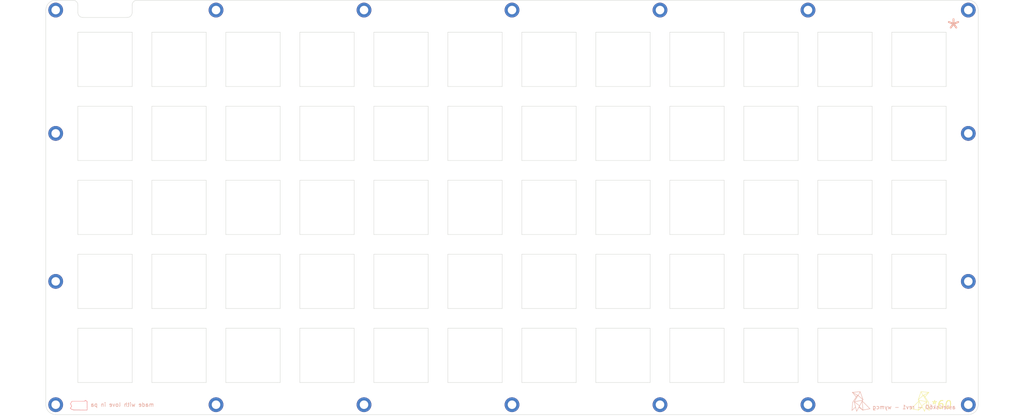
<source format=kicad_pcb>
(kicad_pcb (version 20171130) (host pcbnew "(5.1.12)-1")
  (layers (0 F.Cu signal) (31 B.Cu signal) (34 B.Paste user) (35 F.Paste user) (36 B.SilkS user) (37 F.SilkS user) (38 B.Mask user) (39 F.Mask user) (44 Edge.Cuts user))
  (net 0 "")
  (module customlogos:origami-logo-sixtyfourth (layer F.Cu) (at 247.65 121.285)
    (fp_text reference REF** hide)
    (fp_text value origami-logo-sixtyfourth)
  )
  (module customlogos:origami-logo-sixtyfourth (layer B.Cu) (at 227.965 121.285 180)
    (fp_text reference REF** hide)
    (fp_text value origami-logo-sixtyfourth)
  )
  (module customlogos:pennsylvania_0.01 (layer B.Cu) (at 31.115 123.19 180)
    (fp_text reference pennsylvania hide)
    (fp_text value "" (at 0 0) (layer B.SilkS) (effects (font (size 1.27 1.27)) (justify mirror)))
  )
  (module MountingHole:MountingHole_2.2mm_M2_DIN965_Pad (layer F.Cu) (at 257.81 54.61)
    (fp_text reference REF** hide)
    (fp_text value MountingHole_2.2mm_M2_DIN965_Pad)
    (pad 1 thru_hole circle (at 0 0) (size 3.8 3.8) (drill 2.2) (layers *.Cu *.Mask))
  )
  (module MountingHole:MountingHole_2.2mm_M2_DIN965_Pad (layer F.Cu) (at 257.81 92.71)
    (fp_text reference REF** hide)
    (fp_text value MountingHole_2.2mm_M2_DIN965_Pad)
    (pad 1 thru_hole circle (at 0 0) (size 3.8 3.8) (drill 2.2) (layers *.Cu *.Mask))
  )
  (module MountingHole:MountingHole_2.2mm_M2_DIN965_Pad (layer F.Cu) (at 64.135 124.46)
    (fp_text reference REF** hide)
    (fp_text value MountingHole_2.2mm_M2_DIN965_Pad)
    (pad 1 thru_hole circle (at 0 0) (size 3.8 3.8) (drill 2.2) (layers *.Cu *.Mask))
  )
  (module MountingHole:MountingHole_2.2mm_M2_DIN965_Pad (layer F.Cu) (at 257.81 124.46)
    (fp_text reference REF** hide)
    (fp_text value MountingHole_2.2mm_M2_DIN965_Pad)
    (pad 1 thru_hole circle (at 0 0) (size 3.8 3.8) (drill 2.2) (layers *.Cu *.Mask))
  )
  (module MountingHole:MountingHole_2.2mm_M2_DIN965_Pad (layer F.Cu) (at 216.535 124.46)
    (fp_text reference REF** hide)
    (fp_text value MountingHole_2.2mm_M2_DIN965_Pad)
    (pad 1 thru_hole circle (at 0 0) (size 3.8 3.8) (drill 2.2) (layers *.Cu *.Mask))
  )
  (module MountingHole:MountingHole_2.2mm_M2_DIN965_Pad (layer F.Cu) (at 178.435 124.46)
    (fp_text reference REF** hide)
    (fp_text value MountingHole_2.2mm_M2_DIN965_Pad)
    (pad 1 thru_hole circle (at 0 0) (size 3.8 3.8) (drill 2.2) (layers *.Cu *.Mask))
  )
  (module MountingHole:MountingHole_2.2mm_M2_DIN965_Pad (layer F.Cu) (at 102.235 124.46)
    (fp_text reference REF** hide)
    (fp_text value MountingHole_2.2mm_M2_DIN965_Pad)
    (pad 1 thru_hole circle (at 0 0) (size 3.8 3.8) (drill 2.2) (layers *.Cu *.Mask))
  )
  (module MountingHole:MountingHole_2.2mm_M2_DIN965_Pad (layer F.Cu) (at 140.335 124.46)
    (fp_text reference REF** hide)
    (fp_text value MountingHole_2.2mm_M2_DIN965_Pad)
    (pad 1 thru_hole circle (at 0 0) (size 3.8 3.8) (drill 2.2) (layers *.Cu *.Mask))
  )
  (module MountingHole:MountingHole_2.2mm_M2_DIN965_Pad (layer F.Cu) (at 22.86 124.46)
    (fp_text reference REF** hide)
    (fp_text value MountingHole_2.2mm_M2_DIN965_Pad)
    (pad 1 thru_hole circle (at 0 0) (size 3.8 3.8) (drill 2.2) (layers *.Cu *.Mask))
  )
  (module MountingHole:MountingHole_2.2mm_M2_DIN965_Pad (layer F.Cu) (at 22.86 92.71)
    (fp_text reference REF** hide)
    (fp_text value MountingHole_2.2mm_M2_DIN965_Pad)
    (pad 1 thru_hole circle (at 0 0) (size 3.8 3.8) (drill 2.2) (layers *.Cu *.Mask))
  )
  (module MountingHole:MountingHole_2.2mm_M2_DIN965_Pad (layer F.Cu) (at 22.86 54.61)
    (fp_text reference REF** hide)
    (fp_text value MountingHole_2.2mm_M2_DIN965_Pad)
    (pad 1 thru_hole circle (at 0 0) (size 3.8 3.8) (drill 2.2) (layers *.Cu *.Mask))
  )
  (module MountingHole:MountingHole_2.2mm_M2_DIN965_Pad (layer F.Cu) (at 257.81 22.86)
    (fp_text reference REF** hide)
    (fp_text value MountingHole_2.2mm_M2_DIN965_Pad)
    (pad 1 thru_hole circle (at 0 0) (size 3.8 3.8) (drill 2.2) (layers *.Cu *.Mask))
  )
  (module MountingHole:MountingHole_2.2mm_M2_DIN965_Pad (layer F.Cu) (at 216.535 22.86)
    (fp_text reference REF** hide)
    (fp_text value MountingHole_2.2mm_M2_DIN965_Pad)
    (pad 1 thru_hole circle (at 0 0) (size 3.8 3.8) (drill 2.2) (layers *.Cu *.Mask))
  )
  (module MountingHole:MountingHole_2.2mm_M2_DIN965_Pad (layer F.Cu) (at 178.435 22.86)
    (fp_text reference REF** hide)
    (fp_text value MountingHole_2.2mm_M2_DIN965_Pad)
    (pad 1 thru_hole circle (at 0 0) (size 3.8 3.8) (drill 2.2) (layers *.Cu *.Mask))
  )
  (module MountingHole:MountingHole_2.2mm_M2_DIN965_Pad (layer F.Cu) (at 140.335 22.86)
    (fp_text reference REF** hide)
    (fp_text value MountingHole_2.2mm_M2_DIN965_Pad)
    (pad 1 thru_hole circle (at 0 0) (size 3.8 3.8) (drill 2.2) (layers *.Cu *.Mask))
  )
  (module MountingHole:MountingHole_2.2mm_M2_DIN965_Pad (layer F.Cu) (at 102.235 22.86)
    (fp_text reference REF** hide)
    (fp_text value MountingHole_2.2mm_M2_DIN965_Pad)
    (pad 1 thru_hole circle (at 0 0) (size 3.8 3.8) (drill 2.2) (layers *.Cu *.Mask))
  )
  (module MountingHole:MountingHole_2.2mm_M2_DIN965_Pad (layer F.Cu) (at 22.86 22.86)
    (fp_text reference REF** hide)
    (fp_text value MountingHole_2.2mm_M2_DIN965_Pad)
    (pad 1 thru_hole circle (at 0 0) (size 3.8 3.8) (drill 2.2) (layers *.Cu *.Mask))
  )
  (module MountingHole:MountingHole_2.2mm_M2_DIN965_Pad (layer F.Cu) (at 64.135 22.86)
    (fp_text reference REF** hide)
    (fp_text value MountingHole_2.2mm_M2_DIN965_Pad)
    (pad 1 thru_hole circle (at 0 0) (size 3.8 3.8) (drill 2.2) (layers *.Cu *.Mask))
  )
  (gr_text *60 (at 250.825 124.46) (layer F.SilkS) (effects (font (size 2 2) (thickness 0.25) italic)))
  (gr_text * (at 254 27.94) (layer B.SilkS) (effects (font (size 5 5) (thickness 0.5)) (justify mirror)))
  (gr_text "made with love in pa" (at 40.005 124.46) (layer B.SilkS) (effects (font (size 1 1)) (justify mirror)))
  (gr_text "asterisk60 - rev1 - wymcg" (at 243.84 125.095) (layer B.SilkS) (effects (font (size 1 1)) (justify mirror)))
  (gr_line (start 28.575 21.59) (end 28.575 23.495) (layer Edge.Cuts) (width 0.1))
  (gr_line (start 42.545 23.495) (end 42.545 21.59) (layer Edge.Cuts) (width 0.1))
  (gr_line (start 43.815 20.32) (end 257.81 20.32) (layer Edge.Cuts) (width 0.1))
  (gr_line (start 22.86 20.32) (end 27.305 20.32) (layer Edge.Cuts) (width 0.1))
  (gr_line (start 41.275 24.765) (end 29.845 24.765) (layer Edge.Cuts) (width 0.1))
  (gr_arc (start 29.845 23.495) (end 28.575 23.495) (angle -90) (layer Edge.Cuts) (width 0.1))
  (gr_arc (start 27.305 21.59) (end 28.575 21.59) (angle -90) (layer Edge.Cuts) (width 0.1))
  (gr_arc (start 43.815 21.59) (end 43.815 20.32) (angle -90) (layer Edge.Cuts) (width 0.1))
  (gr_arc (start 41.275 23.495) (end 41.275 24.765) (angle -90) (layer Edge.Cuts) (width 0.1))
  (gr_line (start 20.32 22.86) (end 20.32 124.46) (layer Edge.Cuts) (width 0.1))
  (gr_line (start 260.35 124.46) (end 260.35 22.86) (layer Edge.Cuts) (width 0.1))
  (gr_arc (start 257.81 124.46) (end 257.81 127) (angle -90) (layer Edge.Cuts) (width 0.1))
  (gr_line (start 22.86 127) (end 257.81 127) (layer Edge.Cuts) (width 0.1))
  (gr_arc (start 22.86 124.46) (end 20.32 124.46) (angle -90) (layer Edge.Cuts) (width 0.1))
  (gr_arc (start 22.86 22.86) (end 22.86 20.32) (angle -90) (layer Edge.Cuts) (width 0.1))
  (gr_arc (start 257.81 22.86) (end 260.35 22.86) (angle -90) (layer Edge.Cuts) (width 0.1))
  (gr_line (start 238.125 118.745) (end 238.125 104.775) (layer Edge.Cuts) (width 0.1))
  (gr_line (start 61.595 104.775) (end 61.595 118.745) (layer Edge.Cuts) (width 0.1))
  (gr_line (start 28.575 104.775) (end 28.575 118.745) (layer Edge.Cuts) (width 0.1))
  (gr_line (start 200.025 118.745) (end 200.025 104.775) (layer Edge.Cuts) (width 0.1))
  (gr_line (start 194.945 104.775) (end 194.945 118.745) (layer Edge.Cuts) (width 0.1))
  (gr_line (start 213.995 118.745) (end 200.025 118.745) (layer Edge.Cuts) (width 0.1))
  (gr_line (start 137.795 118.745) (end 123.825 118.745) (layer Edge.Cuts) (width 0.1))
  (gr_line (start 80.645 104.775) (end 80.645 118.745) (layer Edge.Cuts) (width 0.1))
  (gr_line (start 61.595 118.745) (end 47.625 118.745) (layer Edge.Cuts) (width 0.1))
  (gr_line (start 161.925 104.775) (end 175.895 104.775) (layer Edge.Cuts) (width 0.1))
  (gr_line (start 123.825 118.745) (end 123.825 104.775) (layer Edge.Cuts) (width 0.1))
  (gr_line (start 42.545 118.745) (end 42.545 104.775) (layer Edge.Cuts) (width 0.1))
  (gr_line (start 175.895 118.745) (end 161.925 118.745) (layer Edge.Cuts) (width 0.1))
  (gr_line (start 156.845 118.745) (end 142.875 118.745) (layer Edge.Cuts) (width 0.1))
  (gr_line (start 85.725 118.745) (end 85.725 104.775) (layer Edge.Cuts) (width 0.1))
  (gr_line (start 238.125 104.775) (end 252.095 104.775) (layer Edge.Cuts) (width 0.1))
  (gr_line (start 118.745 104.775) (end 118.745 118.745) (layer Edge.Cuts) (width 0.1))
  (gr_line (start 118.745 118.745) (end 104.775 118.745) (layer Edge.Cuts) (width 0.1))
  (gr_line (start 66.675 118.745) (end 66.675 104.775) (layer Edge.Cuts) (width 0.1))
  (gr_line (start 99.695 104.775) (end 99.695 118.745) (layer Edge.Cuts) (width 0.1))
  (gr_line (start 200.025 104.775) (end 213.995 104.775) (layer Edge.Cuts) (width 0.1))
  (gr_line (start 233.045 104.775) (end 233.045 118.745) (layer Edge.Cuts) (width 0.1))
  (gr_line (start 219.075 104.775) (end 233.045 104.775) (layer Edge.Cuts) (width 0.1))
  (gr_line (start 137.795 104.775) (end 137.795 118.745) (layer Edge.Cuts) (width 0.1))
  (gr_line (start 80.645 118.745) (end 66.675 118.745) (layer Edge.Cuts) (width 0.1))
  (gr_line (start 42.545 104.775) (end 28.575 104.775) (layer Edge.Cuts) (width 0.1))
  (gr_line (start 194.945 118.745) (end 180.975 118.745) (layer Edge.Cuts) (width 0.1))
  (gr_line (start 252.095 104.775) (end 252.095 118.745) (layer Edge.Cuts) (width 0.1))
  (gr_line (start 156.845 104.775) (end 156.845 118.745) (layer Edge.Cuts) (width 0.1))
  (gr_line (start 180.975 118.745) (end 180.975 104.775) (layer Edge.Cuts) (width 0.1))
  (gr_line (start 175.895 104.775) (end 175.895 118.745) (layer Edge.Cuts) (width 0.1))
  (gr_line (start 123.825 104.775) (end 137.795 104.775) (layer Edge.Cuts) (width 0.1))
  (gr_line (start 252.095 118.745) (end 238.125 118.745) (layer Edge.Cuts) (width 0.1))
  (gr_line (start 219.075 118.745) (end 219.075 104.775) (layer Edge.Cuts) (width 0.1))
  (gr_line (start 161.925 118.745) (end 161.925 104.775) (layer Edge.Cuts) (width 0.1))
  (gr_line (start 104.775 104.775) (end 118.745 104.775) (layer Edge.Cuts) (width 0.1))
  (gr_line (start 28.575 118.745) (end 42.545 118.745) (layer Edge.Cuts) (width 0.1))
  (gr_line (start 104.775 118.745) (end 104.775 104.775) (layer Edge.Cuts) (width 0.1))
  (gr_line (start 47.625 104.775) (end 61.595 104.775) (layer Edge.Cuts) (width 0.1))
  (gr_line (start 99.695 118.745) (end 85.725 118.745) (layer Edge.Cuts) (width 0.1))
  (gr_line (start 142.875 104.775) (end 156.845 104.775) (layer Edge.Cuts) (width 0.1))
  (gr_line (start 233.045 118.745) (end 219.075 118.745) (layer Edge.Cuts) (width 0.1))
  (gr_line (start 213.995 104.775) (end 213.995 118.745) (layer Edge.Cuts) (width 0.1))
  (gr_line (start 85.725 104.775) (end 99.695 104.775) (layer Edge.Cuts) (width 0.1))
  (gr_line (start 47.625 118.745) (end 47.625 104.775) (layer Edge.Cuts) (width 0.1))
  (gr_line (start 142.875 118.745) (end 142.875 104.775) (layer Edge.Cuts) (width 0.1))
  (gr_line (start 180.975 104.775) (end 194.945 104.775) (layer Edge.Cuts) (width 0.1))
  (gr_line (start 66.675 104.775) (end 80.645 104.775) (layer Edge.Cuts) (width 0.1))
  (gr_line (start 238.125 99.695) (end 238.125 85.725) (layer Edge.Cuts) (width 0.1))
  (gr_line (start 61.595 85.725) (end 61.595 99.695) (layer Edge.Cuts) (width 0.1))
  (gr_line (start 28.575 85.725) (end 28.575 99.695) (layer Edge.Cuts) (width 0.1))
  (gr_line (start 200.025 99.695) (end 200.025 85.725) (layer Edge.Cuts) (width 0.1))
  (gr_line (start 194.945 85.725) (end 194.945 99.695) (layer Edge.Cuts) (width 0.1))
  (gr_line (start 213.995 99.695) (end 200.025 99.695) (layer Edge.Cuts) (width 0.1))
  (gr_line (start 137.795 99.695) (end 123.825 99.695) (layer Edge.Cuts) (width 0.1))
  (gr_line (start 80.645 85.725) (end 80.645 99.695) (layer Edge.Cuts) (width 0.1))
  (gr_line (start 61.595 99.695) (end 47.625 99.695) (layer Edge.Cuts) (width 0.1))
  (gr_line (start 161.925 85.725) (end 175.895 85.725) (layer Edge.Cuts) (width 0.1))
  (gr_line (start 123.825 99.695) (end 123.825 85.725) (layer Edge.Cuts) (width 0.1))
  (gr_line (start 42.545 99.695) (end 42.545 85.725) (layer Edge.Cuts) (width 0.1))
  (gr_line (start 175.895 99.695) (end 161.925 99.695) (layer Edge.Cuts) (width 0.1))
  (gr_line (start 156.845 99.695) (end 142.875 99.695) (layer Edge.Cuts) (width 0.1))
  (gr_line (start 85.725 99.695) (end 85.725 85.725) (layer Edge.Cuts) (width 0.1))
  (gr_line (start 238.125 85.725) (end 252.095 85.725) (layer Edge.Cuts) (width 0.1))
  (gr_line (start 118.745 85.725) (end 118.745 99.695) (layer Edge.Cuts) (width 0.1))
  (gr_line (start 118.745 99.695) (end 104.775 99.695) (layer Edge.Cuts) (width 0.1))
  (gr_line (start 66.675 99.695) (end 66.675 85.725) (layer Edge.Cuts) (width 0.1))
  (gr_line (start 99.695 85.725) (end 99.695 99.695) (layer Edge.Cuts) (width 0.1))
  (gr_line (start 200.025 85.725) (end 213.995 85.725) (layer Edge.Cuts) (width 0.1))
  (gr_line (start 233.045 85.725) (end 233.045 99.695) (layer Edge.Cuts) (width 0.1))
  (gr_line (start 219.075 85.725) (end 233.045 85.725) (layer Edge.Cuts) (width 0.1))
  (gr_line (start 137.795 85.725) (end 137.795 99.695) (layer Edge.Cuts) (width 0.1))
  (gr_line (start 80.645 99.695) (end 66.675 99.695) (layer Edge.Cuts) (width 0.1))
  (gr_line (start 42.545 85.725) (end 28.575 85.725) (layer Edge.Cuts) (width 0.1))
  (gr_line (start 194.945 99.695) (end 180.975 99.695) (layer Edge.Cuts) (width 0.1))
  (gr_line (start 252.095 85.725) (end 252.095 99.695) (layer Edge.Cuts) (width 0.1))
  (gr_line (start 156.845 85.725) (end 156.845 99.695) (layer Edge.Cuts) (width 0.1))
  (gr_line (start 180.975 99.695) (end 180.975 85.725) (layer Edge.Cuts) (width 0.1))
  (gr_line (start 175.895 85.725) (end 175.895 99.695) (layer Edge.Cuts) (width 0.1))
  (gr_line (start 123.825 85.725) (end 137.795 85.725) (layer Edge.Cuts) (width 0.1))
  (gr_line (start 252.095 99.695) (end 238.125 99.695) (layer Edge.Cuts) (width 0.1))
  (gr_line (start 219.075 99.695) (end 219.075 85.725) (layer Edge.Cuts) (width 0.1))
  (gr_line (start 161.925 99.695) (end 161.925 85.725) (layer Edge.Cuts) (width 0.1))
  (gr_line (start 104.775 85.725) (end 118.745 85.725) (layer Edge.Cuts) (width 0.1))
  (gr_line (start 28.575 99.695) (end 42.545 99.695) (layer Edge.Cuts) (width 0.1))
  (gr_line (start 104.775 99.695) (end 104.775 85.725) (layer Edge.Cuts) (width 0.1))
  (gr_line (start 47.625 85.725) (end 61.595 85.725) (layer Edge.Cuts) (width 0.1))
  (gr_line (start 99.695 99.695) (end 85.725 99.695) (layer Edge.Cuts) (width 0.1))
  (gr_line (start 142.875 85.725) (end 156.845 85.725) (layer Edge.Cuts) (width 0.1))
  (gr_line (start 233.045 99.695) (end 219.075 99.695) (layer Edge.Cuts) (width 0.1))
  (gr_line (start 213.995 85.725) (end 213.995 99.695) (layer Edge.Cuts) (width 0.1))
  (gr_line (start 85.725 85.725) (end 99.695 85.725) (layer Edge.Cuts) (width 0.1))
  (gr_line (start 47.625 99.695) (end 47.625 85.725) (layer Edge.Cuts) (width 0.1))
  (gr_line (start 142.875 99.695) (end 142.875 85.725) (layer Edge.Cuts) (width 0.1))
  (gr_line (start 180.975 85.725) (end 194.945 85.725) (layer Edge.Cuts) (width 0.1))
  (gr_line (start 66.675 85.725) (end 80.645 85.725) (layer Edge.Cuts) (width 0.1))
  (gr_line (start 238.125 80.645) (end 238.125 66.675) (layer Edge.Cuts) (width 0.1))
  (gr_line (start 61.595 66.675) (end 61.595 80.645) (layer Edge.Cuts) (width 0.1))
  (gr_line (start 28.575 66.675) (end 28.575 80.645) (layer Edge.Cuts) (width 0.1))
  (gr_line (start 200.025 80.645) (end 200.025 66.675) (layer Edge.Cuts) (width 0.1))
  (gr_line (start 194.945 66.675) (end 194.945 80.645) (layer Edge.Cuts) (width 0.1))
  (gr_line (start 213.995 80.645) (end 200.025 80.645) (layer Edge.Cuts) (width 0.1))
  (gr_line (start 137.795 80.645) (end 123.825 80.645) (layer Edge.Cuts) (width 0.1))
  (gr_line (start 80.645 66.675) (end 80.645 80.645) (layer Edge.Cuts) (width 0.1))
  (gr_line (start 61.595 80.645) (end 47.625 80.645) (layer Edge.Cuts) (width 0.1))
  (gr_line (start 161.925 66.675) (end 175.895 66.675) (layer Edge.Cuts) (width 0.1))
  (gr_line (start 123.825 80.645) (end 123.825 66.675) (layer Edge.Cuts) (width 0.1))
  (gr_line (start 42.545 80.645) (end 42.545 66.675) (layer Edge.Cuts) (width 0.1))
  (gr_line (start 175.895 80.645) (end 161.925 80.645) (layer Edge.Cuts) (width 0.1))
  (gr_line (start 156.845 80.645) (end 142.875 80.645) (layer Edge.Cuts) (width 0.1))
  (gr_line (start 85.725 80.645) (end 85.725 66.675) (layer Edge.Cuts) (width 0.1))
  (gr_line (start 238.125 66.675) (end 252.095 66.675) (layer Edge.Cuts) (width 0.1))
  (gr_line (start 118.745 66.675) (end 118.745 80.645) (layer Edge.Cuts) (width 0.1))
  (gr_line (start 118.745 80.645) (end 104.775 80.645) (layer Edge.Cuts) (width 0.1))
  (gr_line (start 66.675 80.645) (end 66.675 66.675) (layer Edge.Cuts) (width 0.1))
  (gr_line (start 99.695 66.675) (end 99.695 80.645) (layer Edge.Cuts) (width 0.1))
  (gr_line (start 200.025 66.675) (end 213.995 66.675) (layer Edge.Cuts) (width 0.1))
  (gr_line (start 233.045 66.675) (end 233.045 80.645) (layer Edge.Cuts) (width 0.1))
  (gr_line (start 219.075 66.675) (end 233.045 66.675) (layer Edge.Cuts) (width 0.1))
  (gr_line (start 137.795 66.675) (end 137.795 80.645) (layer Edge.Cuts) (width 0.1))
  (gr_line (start 80.645 80.645) (end 66.675 80.645) (layer Edge.Cuts) (width 0.1))
  (gr_line (start 42.545 66.675) (end 28.575 66.675) (layer Edge.Cuts) (width 0.1))
  (gr_line (start 194.945 80.645) (end 180.975 80.645) (layer Edge.Cuts) (width 0.1))
  (gr_line (start 252.095 66.675) (end 252.095 80.645) (layer Edge.Cuts) (width 0.1))
  (gr_line (start 156.845 66.675) (end 156.845 80.645) (layer Edge.Cuts) (width 0.1))
  (gr_line (start 180.975 80.645) (end 180.975 66.675) (layer Edge.Cuts) (width 0.1))
  (gr_line (start 175.895 66.675) (end 175.895 80.645) (layer Edge.Cuts) (width 0.1))
  (gr_line (start 123.825 66.675) (end 137.795 66.675) (layer Edge.Cuts) (width 0.1))
  (gr_line (start 252.095 80.645) (end 238.125 80.645) (layer Edge.Cuts) (width 0.1))
  (gr_line (start 219.075 80.645) (end 219.075 66.675) (layer Edge.Cuts) (width 0.1))
  (gr_line (start 161.925 80.645) (end 161.925 66.675) (layer Edge.Cuts) (width 0.1))
  (gr_line (start 104.775 66.675) (end 118.745 66.675) (layer Edge.Cuts) (width 0.1))
  (gr_line (start 28.575 80.645) (end 42.545 80.645) (layer Edge.Cuts) (width 0.1))
  (gr_line (start 104.775 80.645) (end 104.775 66.675) (layer Edge.Cuts) (width 0.1))
  (gr_line (start 47.625 66.675) (end 61.595 66.675) (layer Edge.Cuts) (width 0.1))
  (gr_line (start 99.695 80.645) (end 85.725 80.645) (layer Edge.Cuts) (width 0.1))
  (gr_line (start 142.875 66.675) (end 156.845 66.675) (layer Edge.Cuts) (width 0.1))
  (gr_line (start 233.045 80.645) (end 219.075 80.645) (layer Edge.Cuts) (width 0.1))
  (gr_line (start 213.995 66.675) (end 213.995 80.645) (layer Edge.Cuts) (width 0.1))
  (gr_line (start 85.725 66.675) (end 99.695 66.675) (layer Edge.Cuts) (width 0.1))
  (gr_line (start 47.625 80.645) (end 47.625 66.675) (layer Edge.Cuts) (width 0.1))
  (gr_line (start 142.875 80.645) (end 142.875 66.675) (layer Edge.Cuts) (width 0.1))
  (gr_line (start 180.975 66.675) (end 194.945 66.675) (layer Edge.Cuts) (width 0.1))
  (gr_line (start 66.675 66.675) (end 80.645 66.675) (layer Edge.Cuts) (width 0.1))
  (gr_line (start 238.125 61.595) (end 238.125 47.625) (layer Edge.Cuts) (width 0.1))
  (gr_line (start 61.595 47.625) (end 61.595 61.595) (layer Edge.Cuts) (width 0.1))
  (gr_line (start 28.575 47.625) (end 28.575 61.595) (layer Edge.Cuts) (width 0.1))
  (gr_line (start 200.025 61.595) (end 200.025 47.625) (layer Edge.Cuts) (width 0.1))
  (gr_line (start 194.945 47.625) (end 194.945 61.595) (layer Edge.Cuts) (width 0.1))
  (gr_line (start 213.995 61.595) (end 200.025 61.595) (layer Edge.Cuts) (width 0.1))
  (gr_line (start 137.795 61.595) (end 123.825 61.595) (layer Edge.Cuts) (width 0.1))
  (gr_line (start 80.645 47.625) (end 80.645 61.595) (layer Edge.Cuts) (width 0.1))
  (gr_line (start 61.595 61.595) (end 47.625 61.595) (layer Edge.Cuts) (width 0.1))
  (gr_line (start 161.925 47.625) (end 175.895 47.625) (layer Edge.Cuts) (width 0.1))
  (gr_line (start 123.825 61.595) (end 123.825 47.625) (layer Edge.Cuts) (width 0.1))
  (gr_line (start 42.545 61.595) (end 42.545 47.625) (layer Edge.Cuts) (width 0.1))
  (gr_line (start 175.895 61.595) (end 161.925 61.595) (layer Edge.Cuts) (width 0.1))
  (gr_line (start 156.845 61.595) (end 142.875 61.595) (layer Edge.Cuts) (width 0.1))
  (gr_line (start 85.725 61.595) (end 85.725 47.625) (layer Edge.Cuts) (width 0.1))
  (gr_line (start 238.125 47.625) (end 252.095 47.625) (layer Edge.Cuts) (width 0.1))
  (gr_line (start 118.745 47.625) (end 118.745 61.595) (layer Edge.Cuts) (width 0.1))
  (gr_line (start 118.745 61.595) (end 104.775 61.595) (layer Edge.Cuts) (width 0.1))
  (gr_line (start 66.675 61.595) (end 66.675 47.625) (layer Edge.Cuts) (width 0.1))
  (gr_line (start 99.695 47.625) (end 99.695 61.595) (layer Edge.Cuts) (width 0.1))
  (gr_line (start 200.025 47.625) (end 213.995 47.625) (layer Edge.Cuts) (width 0.1))
  (gr_line (start 233.045 47.625) (end 233.045 61.595) (layer Edge.Cuts) (width 0.1))
  (gr_line (start 219.075 47.625) (end 233.045 47.625) (layer Edge.Cuts) (width 0.1))
  (gr_line (start 137.795 47.625) (end 137.795 61.595) (layer Edge.Cuts) (width 0.1))
  (gr_line (start 80.645 61.595) (end 66.675 61.595) (layer Edge.Cuts) (width 0.1))
  (gr_line (start 42.545 47.625) (end 28.575 47.625) (layer Edge.Cuts) (width 0.1))
  (gr_line (start 194.945 61.595) (end 180.975 61.595) (layer Edge.Cuts) (width 0.1))
  (gr_line (start 252.095 47.625) (end 252.095 61.595) (layer Edge.Cuts) (width 0.1))
  (gr_line (start 156.845 47.625) (end 156.845 61.595) (layer Edge.Cuts) (width 0.1))
  (gr_line (start 180.975 61.595) (end 180.975 47.625) (layer Edge.Cuts) (width 0.1))
  (gr_line (start 175.895 47.625) (end 175.895 61.595) (layer Edge.Cuts) (width 0.1))
  (gr_line (start 123.825 47.625) (end 137.795 47.625) (layer Edge.Cuts) (width 0.1))
  (gr_line (start 252.095 61.595) (end 238.125 61.595) (layer Edge.Cuts) (width 0.1))
  (gr_line (start 219.075 61.595) (end 219.075 47.625) (layer Edge.Cuts) (width 0.1))
  (gr_line (start 161.925 61.595) (end 161.925 47.625) (layer Edge.Cuts) (width 0.1))
  (gr_line (start 104.775 47.625) (end 118.745 47.625) (layer Edge.Cuts) (width 0.1))
  (gr_line (start 28.575 61.595) (end 42.545 61.595) (layer Edge.Cuts) (width 0.1))
  (gr_line (start 104.775 61.595) (end 104.775 47.625) (layer Edge.Cuts) (width 0.1))
  (gr_line (start 47.625 47.625) (end 61.595 47.625) (layer Edge.Cuts) (width 0.1))
  (gr_line (start 99.695 61.595) (end 85.725 61.595) (layer Edge.Cuts) (width 0.1))
  (gr_line (start 142.875 47.625) (end 156.845 47.625) (layer Edge.Cuts) (width 0.1))
  (gr_line (start 233.045 61.595) (end 219.075 61.595) (layer Edge.Cuts) (width 0.1))
  (gr_line (start 213.995 47.625) (end 213.995 61.595) (layer Edge.Cuts) (width 0.1))
  (gr_line (start 85.725 47.625) (end 99.695 47.625) (layer Edge.Cuts) (width 0.1))
  (gr_line (start 47.625 61.595) (end 47.625 47.625) (layer Edge.Cuts) (width 0.1))
  (gr_line (start 142.875 61.595) (end 142.875 47.625) (layer Edge.Cuts) (width 0.1))
  (gr_line (start 180.975 47.625) (end 194.945 47.625) (layer Edge.Cuts) (width 0.1))
  (gr_line (start 66.675 47.625) (end 80.645 47.625) (layer Edge.Cuts) (width 0.1))
  (gr_line (start 252.095 28.575) (end 252.095 42.545) (layer Edge.Cuts) (width 0.1))
  (gr_line (start 252.095 42.545) (end 238.125 42.545) (layer Edge.Cuts) (width 0.1))
  (gr_line (start 238.125 28.575) (end 252.095 28.575) (layer Edge.Cuts) (width 0.1))
  (gr_line (start 238.125 42.545) (end 238.125 28.575) (layer Edge.Cuts) (width 0.1))
  (gr_line (start 233.045 28.575) (end 233.045 42.545) (layer Edge.Cuts) (width 0.1))
  (gr_line (start 233.045 42.545) (end 219.075 42.545) (layer Edge.Cuts) (width 0.1))
  (gr_line (start 219.075 28.575) (end 233.045 28.575) (layer Edge.Cuts) (width 0.1))
  (gr_line (start 219.075 42.545) (end 219.075 28.575) (layer Edge.Cuts) (width 0.1))
  (gr_line (start 213.995 28.575) (end 213.995 42.545) (layer Edge.Cuts) (width 0.1))
  (gr_line (start 213.995 42.545) (end 200.025 42.545) (layer Edge.Cuts) (width 0.1))
  (gr_line (start 200.025 28.575) (end 213.995 28.575) (layer Edge.Cuts) (width 0.1))
  (gr_line (start 200.025 42.545) (end 200.025 28.575) (layer Edge.Cuts) (width 0.1))
  (gr_line (start 194.945 28.575) (end 194.945 42.545) (layer Edge.Cuts) (width 0.1))
  (gr_line (start 194.945 42.545) (end 180.975 42.545) (layer Edge.Cuts) (width 0.1))
  (gr_line (start 180.975 28.575) (end 194.945 28.575) (layer Edge.Cuts) (width 0.1))
  (gr_line (start 180.975 42.545) (end 180.975 28.575) (layer Edge.Cuts) (width 0.1))
  (gr_line (start 175.895 28.575) (end 175.895 42.545) (layer Edge.Cuts) (width 0.1))
  (gr_line (start 175.895 42.545) (end 161.925 42.545) (layer Edge.Cuts) (width 0.1))
  (gr_line (start 161.925 28.575) (end 175.895 28.575) (layer Edge.Cuts) (width 0.1))
  (gr_line (start 161.925 42.545) (end 161.925 28.575) (layer Edge.Cuts) (width 0.1))
  (gr_line (start 156.845 28.575) (end 156.845 42.545) (layer Edge.Cuts) (width 0.1))
  (gr_line (start 156.845 42.545) (end 142.875 42.545) (layer Edge.Cuts) (width 0.1))
  (gr_line (start 142.875 28.575) (end 156.845 28.575) (layer Edge.Cuts) (width 0.1))
  (gr_line (start 142.875 42.545) (end 142.875 28.575) (layer Edge.Cuts) (width 0.1))
  (gr_line (start 137.795 28.575) (end 137.795 42.545) (layer Edge.Cuts) (width 0.1))
  (gr_line (start 137.795 42.545) (end 123.825 42.545) (layer Edge.Cuts) (width 0.1))
  (gr_line (start 123.825 28.575) (end 137.795 28.575) (layer Edge.Cuts) (width 0.1))
  (gr_line (start 123.825 42.545) (end 123.825 28.575) (layer Edge.Cuts) (width 0.1))
  (gr_line (start 118.745 28.575) (end 118.745 42.545) (layer Edge.Cuts) (width 0.1))
  (gr_line (start 118.745 42.545) (end 104.775 42.545) (layer Edge.Cuts) (width 0.1))
  (gr_line (start 104.775 28.575) (end 118.745 28.575) (layer Edge.Cuts) (width 0.1))
  (gr_line (start 104.775 42.545) (end 104.775 28.575) (layer Edge.Cuts) (width 0.1))
  (gr_line (start 99.695 28.575) (end 99.695 42.545) (layer Edge.Cuts) (width 0.1))
  (gr_line (start 99.695 42.545) (end 85.725 42.545) (layer Edge.Cuts) (width 0.1))
  (gr_line (start 85.725 28.575) (end 99.695 28.575) (layer Edge.Cuts) (width 0.1))
  (gr_line (start 85.725 42.545) (end 85.725 28.575) (layer Edge.Cuts) (width 0.1))
  (gr_line (start 80.645 28.575) (end 80.645 42.545) (layer Edge.Cuts) (width 0.1))
  (gr_line (start 80.645 42.545) (end 66.675 42.545) (layer Edge.Cuts) (width 0.1))
  (gr_line (start 66.675 28.575) (end 80.645 28.575) (layer Edge.Cuts) (width 0.1))
  (gr_line (start 66.675 42.545) (end 66.675 28.575) (layer Edge.Cuts) (width 0.1))
  (gr_line (start 47.625 42.545) (end 47.625 28.575) (layer Edge.Cuts) (width 0.1))
  (gr_line (start 61.595 42.545) (end 47.625 42.545) (layer Edge.Cuts) (width 0.1))
  (gr_line (start 61.595 28.575) (end 61.595 42.545) (layer Edge.Cuts) (width 0.1))
  (gr_line (start 47.625 28.575) (end 61.595 28.575) (layer Edge.Cuts) (width 0.1))
  (gr_line (start 42.545 28.575) (end 28.575 28.575) (layer Edge.Cuts) (width 0.1))
  (gr_line (start 42.545 42.545) (end 42.545 28.575) (layer Edge.Cuts) (width 0.1))
  (gr_line (start 28.575 42.545) (end 42.545 42.545) (layer Edge.Cuts) (width 0.1))
  (gr_line (start 28.575 28.575) (end 28.575 42.545) (layer Edge.Cuts) (width 0.1))
)
</source>
